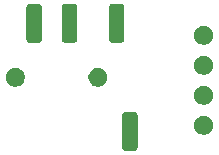
<source format=gbr>
G04 #@! TF.GenerationSoftware,KiCad,Pcbnew,(5.1.5)-3*
G04 #@! TF.CreationDate,2020-12-21T13:20:02+01:00*
G04 #@! TF.ProjectId,epimetheus_mlx90614,6570696d-6574-4686-9575-735f6d6c7839,rev?*
G04 #@! TF.SameCoordinates,Original*
G04 #@! TF.FileFunction,Soldermask,Top*
G04 #@! TF.FilePolarity,Negative*
%FSLAX46Y46*%
G04 Gerber Fmt 4.6, Leading zero omitted, Abs format (unit mm)*
G04 Created by KiCad (PCBNEW (5.1.5)-3) date 2020-12-21 13:20:02*
%MOMM*%
%LPD*%
G04 APERTURE LIST*
%ADD10C,0.100000*%
G04 APERTURE END LIST*
D10*
G36*
X173512192Y-33914646D02*
G01*
X173561414Y-33929578D01*
X173606778Y-33953826D01*
X173646542Y-33986458D01*
X173679174Y-34026222D01*
X173703422Y-34071586D01*
X173718354Y-34120808D01*
X173724000Y-34178140D01*
X173724000Y-36941860D01*
X173718354Y-36999192D01*
X173703422Y-37048414D01*
X173679174Y-37093778D01*
X173646542Y-37133542D01*
X173606778Y-37166174D01*
X173561414Y-37190422D01*
X173512192Y-37205354D01*
X173454860Y-37211000D01*
X172691140Y-37211000D01*
X172633808Y-37205354D01*
X172584586Y-37190422D01*
X172539222Y-37166174D01*
X172499458Y-37133542D01*
X172466826Y-37093778D01*
X172442578Y-37048414D01*
X172427646Y-36999192D01*
X172422000Y-36941860D01*
X172422000Y-34178140D01*
X172427646Y-34120808D01*
X172442578Y-34071586D01*
X172466826Y-34026222D01*
X172499458Y-33986458D01*
X172539222Y-33953826D01*
X172584586Y-33929578D01*
X172633808Y-33914646D01*
X172691140Y-33909000D01*
X173454860Y-33909000D01*
X173512192Y-33914646D01*
G37*
G36*
X179561142Y-34270242D02*
G01*
X179709101Y-34331529D01*
X179842255Y-34420499D01*
X179955501Y-34533745D01*
X180044471Y-34666899D01*
X180105758Y-34814858D01*
X180137000Y-34971925D01*
X180137000Y-35132075D01*
X180105758Y-35289142D01*
X180044471Y-35437101D01*
X179955501Y-35570255D01*
X179842255Y-35683501D01*
X179709101Y-35772471D01*
X179561142Y-35833758D01*
X179404075Y-35865000D01*
X179243925Y-35865000D01*
X179086858Y-35833758D01*
X178938899Y-35772471D01*
X178805745Y-35683501D01*
X178692499Y-35570255D01*
X178603529Y-35437101D01*
X178542242Y-35289142D01*
X178511000Y-35132075D01*
X178511000Y-34971925D01*
X178542242Y-34814858D01*
X178603529Y-34666899D01*
X178692499Y-34533745D01*
X178805745Y-34420499D01*
X178938899Y-34331529D01*
X179086858Y-34270242D01*
X179243925Y-34239000D01*
X179404075Y-34239000D01*
X179561142Y-34270242D01*
G37*
G36*
X179561142Y-31730242D02*
G01*
X179709101Y-31791529D01*
X179842255Y-31880499D01*
X179955501Y-31993745D01*
X180044471Y-32126899D01*
X180105758Y-32274858D01*
X180137000Y-32431925D01*
X180137000Y-32592075D01*
X180105758Y-32749142D01*
X180044471Y-32897101D01*
X179955501Y-33030255D01*
X179842255Y-33143501D01*
X179709101Y-33232471D01*
X179561142Y-33293758D01*
X179404075Y-33325000D01*
X179243925Y-33325000D01*
X179086858Y-33293758D01*
X178938899Y-33232471D01*
X178805745Y-33143501D01*
X178692499Y-33030255D01*
X178603529Y-32897101D01*
X178542242Y-32749142D01*
X178511000Y-32592075D01*
X178511000Y-32431925D01*
X178542242Y-32274858D01*
X178603529Y-32126899D01*
X178692499Y-31993745D01*
X178805745Y-31880499D01*
X178938899Y-31791529D01*
X179086858Y-31730242D01*
X179243925Y-31699000D01*
X179404075Y-31699000D01*
X179561142Y-31730242D01*
G37*
G36*
X163606642Y-30217781D02*
G01*
X163752414Y-30278162D01*
X163752416Y-30278163D01*
X163883608Y-30365822D01*
X163995178Y-30477392D01*
X164082837Y-30608584D01*
X164082838Y-30608586D01*
X164143219Y-30754358D01*
X164174000Y-30909107D01*
X164174000Y-31066893D01*
X164143219Y-31221642D01*
X164082838Y-31367414D01*
X164082837Y-31367416D01*
X163995178Y-31498608D01*
X163883608Y-31610178D01*
X163752416Y-31697837D01*
X163752415Y-31697838D01*
X163752414Y-31697838D01*
X163606642Y-31758219D01*
X163451893Y-31789000D01*
X163294107Y-31789000D01*
X163139358Y-31758219D01*
X162993586Y-31697838D01*
X162993585Y-31697838D01*
X162993584Y-31697837D01*
X162862392Y-31610178D01*
X162750822Y-31498608D01*
X162663163Y-31367416D01*
X162663162Y-31367414D01*
X162602781Y-31221642D01*
X162572000Y-31066893D01*
X162572000Y-30909107D01*
X162602781Y-30754358D01*
X162663162Y-30608586D01*
X162663163Y-30608584D01*
X162750822Y-30477392D01*
X162862392Y-30365822D01*
X162993584Y-30278163D01*
X162993586Y-30278162D01*
X163139358Y-30217781D01*
X163294107Y-30187000D01*
X163451893Y-30187000D01*
X163606642Y-30217781D01*
G37*
G36*
X170606642Y-30217781D02*
G01*
X170752414Y-30278162D01*
X170752416Y-30278163D01*
X170883608Y-30365822D01*
X170995178Y-30477392D01*
X171082837Y-30608584D01*
X171082838Y-30608586D01*
X171143219Y-30754358D01*
X171174000Y-30909107D01*
X171174000Y-31066893D01*
X171143219Y-31221642D01*
X171082838Y-31367414D01*
X171082837Y-31367416D01*
X170995178Y-31498608D01*
X170883608Y-31610178D01*
X170752416Y-31697837D01*
X170752415Y-31697838D01*
X170752414Y-31697838D01*
X170606642Y-31758219D01*
X170451893Y-31789000D01*
X170294107Y-31789000D01*
X170139358Y-31758219D01*
X169993586Y-31697838D01*
X169993585Y-31697838D01*
X169993584Y-31697837D01*
X169862392Y-31610178D01*
X169750822Y-31498608D01*
X169663163Y-31367416D01*
X169663162Y-31367414D01*
X169602781Y-31221642D01*
X169572000Y-31066893D01*
X169572000Y-30909107D01*
X169602781Y-30754358D01*
X169663162Y-30608586D01*
X169663163Y-30608584D01*
X169750822Y-30477392D01*
X169862392Y-30365822D01*
X169993584Y-30278163D01*
X169993586Y-30278162D01*
X170139358Y-30217781D01*
X170294107Y-30187000D01*
X170451893Y-30187000D01*
X170606642Y-30217781D01*
G37*
G36*
X179561142Y-29190242D02*
G01*
X179709101Y-29251529D01*
X179842255Y-29340499D01*
X179955501Y-29453745D01*
X180044471Y-29586899D01*
X180105758Y-29734858D01*
X180137000Y-29891925D01*
X180137000Y-30052075D01*
X180105758Y-30209142D01*
X180044471Y-30357101D01*
X179955501Y-30490255D01*
X179842255Y-30603501D01*
X179709101Y-30692471D01*
X179561142Y-30753758D01*
X179404075Y-30785000D01*
X179243925Y-30785000D01*
X179086858Y-30753758D01*
X178938899Y-30692471D01*
X178805745Y-30603501D01*
X178692499Y-30490255D01*
X178603529Y-30357101D01*
X178542242Y-30209142D01*
X178511000Y-30052075D01*
X178511000Y-29891925D01*
X178542242Y-29734858D01*
X178603529Y-29586899D01*
X178692499Y-29453745D01*
X178805745Y-29340499D01*
X178938899Y-29251529D01*
X179086858Y-29190242D01*
X179243925Y-29159000D01*
X179404075Y-29159000D01*
X179561142Y-29190242D01*
G37*
G36*
X179561142Y-26650242D02*
G01*
X179709101Y-26711529D01*
X179842255Y-26800499D01*
X179955501Y-26913745D01*
X180044471Y-27046899D01*
X180105758Y-27194858D01*
X180137000Y-27351925D01*
X180137000Y-27512075D01*
X180105758Y-27669142D01*
X180044471Y-27817101D01*
X179955501Y-27950255D01*
X179842255Y-28063501D01*
X179709101Y-28152471D01*
X179561142Y-28213758D01*
X179404075Y-28245000D01*
X179243925Y-28245000D01*
X179086858Y-28213758D01*
X178938899Y-28152471D01*
X178805745Y-28063501D01*
X178692499Y-27950255D01*
X178603529Y-27817101D01*
X178542242Y-27669142D01*
X178511000Y-27512075D01*
X178511000Y-27351925D01*
X178542242Y-27194858D01*
X178603529Y-27046899D01*
X178692499Y-26913745D01*
X178805745Y-26800499D01*
X178938899Y-26711529D01*
X179086858Y-26650242D01*
X179243925Y-26619000D01*
X179404075Y-26619000D01*
X179561142Y-26650242D01*
G37*
G36*
X172397192Y-24770646D02*
G01*
X172446414Y-24785578D01*
X172491778Y-24809826D01*
X172531542Y-24842458D01*
X172564174Y-24882222D01*
X172588422Y-24927586D01*
X172603354Y-24976808D01*
X172609000Y-25034140D01*
X172609000Y-27797860D01*
X172603354Y-27855192D01*
X172588422Y-27904414D01*
X172564174Y-27949778D01*
X172531542Y-27989542D01*
X172491778Y-28022174D01*
X172446414Y-28046422D01*
X172397192Y-28061354D01*
X172339860Y-28067000D01*
X171576140Y-28067000D01*
X171518808Y-28061354D01*
X171469586Y-28046422D01*
X171424222Y-28022174D01*
X171384458Y-27989542D01*
X171351826Y-27949778D01*
X171327578Y-27904414D01*
X171312646Y-27855192D01*
X171307000Y-27797860D01*
X171307000Y-25034140D01*
X171312646Y-24976808D01*
X171327578Y-24927586D01*
X171351826Y-24882222D01*
X171384458Y-24842458D01*
X171424222Y-24809826D01*
X171469586Y-24785578D01*
X171518808Y-24770646D01*
X171576140Y-24765000D01*
X172339860Y-24765000D01*
X172397192Y-24770646D01*
G37*
G36*
X168412192Y-24770646D02*
G01*
X168461414Y-24785578D01*
X168506778Y-24809826D01*
X168546542Y-24842458D01*
X168579174Y-24882222D01*
X168603422Y-24927586D01*
X168618354Y-24976808D01*
X168624000Y-25034140D01*
X168624000Y-27797860D01*
X168618354Y-27855192D01*
X168603422Y-27904414D01*
X168579174Y-27949778D01*
X168546542Y-27989542D01*
X168506778Y-28022174D01*
X168461414Y-28046422D01*
X168412192Y-28061354D01*
X168354860Y-28067000D01*
X167591140Y-28067000D01*
X167533808Y-28061354D01*
X167484586Y-28046422D01*
X167439222Y-28022174D01*
X167399458Y-27989542D01*
X167366826Y-27949778D01*
X167342578Y-27904414D01*
X167327646Y-27855192D01*
X167322000Y-27797860D01*
X167322000Y-25034140D01*
X167327646Y-24976808D01*
X167342578Y-24927586D01*
X167366826Y-24882222D01*
X167399458Y-24842458D01*
X167439222Y-24809826D01*
X167484586Y-24785578D01*
X167533808Y-24770646D01*
X167591140Y-24765000D01*
X168354860Y-24765000D01*
X168412192Y-24770646D01*
G37*
G36*
X165412192Y-24770646D02*
G01*
X165461414Y-24785578D01*
X165506778Y-24809826D01*
X165546542Y-24842458D01*
X165579174Y-24882222D01*
X165603422Y-24927586D01*
X165618354Y-24976808D01*
X165624000Y-25034140D01*
X165624000Y-27797860D01*
X165618354Y-27855192D01*
X165603422Y-27904414D01*
X165579174Y-27949778D01*
X165546542Y-27989542D01*
X165506778Y-28022174D01*
X165461414Y-28046422D01*
X165412192Y-28061354D01*
X165354860Y-28067000D01*
X164591140Y-28067000D01*
X164533808Y-28061354D01*
X164484586Y-28046422D01*
X164439222Y-28022174D01*
X164399458Y-27989542D01*
X164366826Y-27949778D01*
X164342578Y-27904414D01*
X164327646Y-27855192D01*
X164322000Y-27797860D01*
X164322000Y-25034140D01*
X164327646Y-24976808D01*
X164342578Y-24927586D01*
X164366826Y-24882222D01*
X164399458Y-24842458D01*
X164439222Y-24809826D01*
X164484586Y-24785578D01*
X164533808Y-24770646D01*
X164591140Y-24765000D01*
X165354860Y-24765000D01*
X165412192Y-24770646D01*
G37*
M02*

</source>
